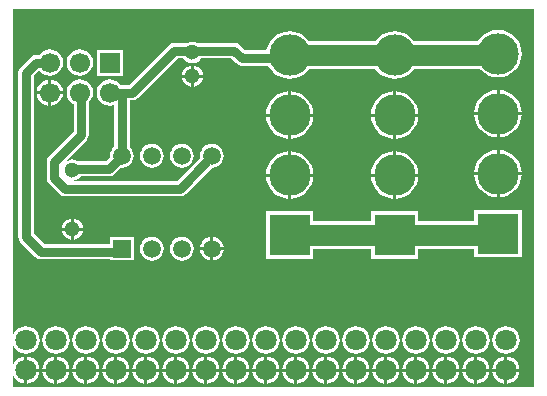
<source format=gbl>
G04 Layer_Physical_Order=2*
G04 Layer_Color=16711680*
%FSLAX25Y25*%
%MOIN*%
G70*
G01*
G75*
%ADD10C,0.03000*%
%ADD11C,0.07000*%
%ADD13C,0.07087*%
%ADD14C,0.05906*%
%ADD15R,0.05906X0.05906*%
%ADD16C,0.05118*%
%ADD17C,0.06693*%
%ADD18R,0.06693X0.06693*%
%ADD19R,0.13780X0.13780*%
%ADD20C,0.13780*%
G36*
X174780Y2000D02*
X1220D01*
Y5832D01*
X1269Y5841D01*
X1531Y5209D01*
X2260Y4260D01*
X3209Y3531D01*
X4314Y3074D01*
X5000Y2983D01*
Y7500D01*
Y12017D01*
X4314Y11926D01*
X3209Y11468D01*
X2260Y10740D01*
X1531Y9791D01*
X1269Y9159D01*
X1220Y9168D01*
Y15832D01*
X1269Y15842D01*
X1531Y15209D01*
X2260Y14260D01*
X3209Y13531D01*
X4314Y13074D01*
X5500Y12918D01*
X6686Y13074D01*
X7791Y13531D01*
X8740Y14260D01*
X9469Y15209D01*
X9926Y16314D01*
X10082Y17500D01*
X9926Y18686D01*
X9469Y19791D01*
X8740Y20740D01*
X7791Y21468D01*
X6686Y21926D01*
X5500Y22083D01*
X4314Y21926D01*
X3209Y21468D01*
X2260Y20740D01*
X1531Y19791D01*
X1269Y19159D01*
X1220Y19168D01*
Y127780D01*
X174780D01*
Y2000D01*
D02*
G37*
%LPC*%
G36*
X115000Y12017D02*
X114314Y11926D01*
X113209Y11468D01*
X112260Y10740D01*
X111531Y9791D01*
X111074Y8686D01*
X110983Y8000D01*
X115000D01*
Y12017D01*
D02*
G37*
G36*
X125000D02*
X124314Y11926D01*
X123209Y11468D01*
X122260Y10740D01*
X121531Y9791D01*
X121074Y8686D01*
X120983Y8000D01*
X125000D01*
Y12017D01*
D02*
G37*
G36*
X95000D02*
X94314Y11926D01*
X93209Y11468D01*
X92260Y10740D01*
X91531Y9791D01*
X91074Y8686D01*
X90983Y8000D01*
X95000D01*
Y12017D01*
D02*
G37*
G36*
X105000D02*
X104314Y11926D01*
X103209Y11468D01*
X102260Y10740D01*
X101531Y9791D01*
X101074Y8686D01*
X100983Y8000D01*
X105000D01*
Y12017D01*
D02*
G37*
G36*
X155000D02*
X154314Y11926D01*
X153209Y11468D01*
X152260Y10740D01*
X151531Y9791D01*
X151074Y8686D01*
X150983Y8000D01*
X155000D01*
Y12017D01*
D02*
G37*
G36*
X165000D02*
X164314Y11926D01*
X163209Y11468D01*
X162260Y10740D01*
X161531Y9791D01*
X161074Y8686D01*
X160983Y8000D01*
X165000D01*
Y12017D01*
D02*
G37*
G36*
X135000D02*
X134314Y11926D01*
X133209Y11468D01*
X132260Y10740D01*
X131531Y9791D01*
X131074Y8686D01*
X130983Y8000D01*
X135000D01*
Y12017D01*
D02*
G37*
G36*
X145000D02*
X144314Y11926D01*
X143209Y11468D01*
X142260Y10740D01*
X141531Y9791D01*
X141074Y8686D01*
X140983Y8000D01*
X145000D01*
Y12017D01*
D02*
G37*
G36*
X35000D02*
X34314Y11926D01*
X33209Y11468D01*
X32260Y10740D01*
X31531Y9791D01*
X31074Y8686D01*
X30983Y8000D01*
X35000D01*
Y12017D01*
D02*
G37*
G36*
X45000D02*
X44314Y11926D01*
X43209Y11468D01*
X42260Y10740D01*
X41531Y9791D01*
X41074Y8686D01*
X40983Y8000D01*
X45000D01*
Y12017D01*
D02*
G37*
G36*
X15000D02*
X14314Y11926D01*
X13209Y11468D01*
X12260Y10740D01*
X11531Y9791D01*
X11074Y8686D01*
X10983Y8000D01*
X15000D01*
Y12017D01*
D02*
G37*
G36*
X25000D02*
X24314Y11926D01*
X23209Y11468D01*
X22260Y10740D01*
X21531Y9791D01*
X21074Y8686D01*
X20983Y8000D01*
X25000D01*
Y12017D01*
D02*
G37*
G36*
X75000D02*
X74314Y11926D01*
X73209Y11468D01*
X72260Y10740D01*
X71531Y9791D01*
X71074Y8686D01*
X70983Y8000D01*
X75000D01*
Y12017D01*
D02*
G37*
G36*
X85000D02*
X84314Y11926D01*
X83209Y11468D01*
X82260Y10740D01*
X81531Y9791D01*
X81074Y8686D01*
X80983Y8000D01*
X85000D01*
Y12017D01*
D02*
G37*
G36*
X55000D02*
X54314Y11926D01*
X53209Y11468D01*
X52260Y10740D01*
X51531Y9791D01*
X51074Y8686D01*
X50983Y8000D01*
X55000D01*
Y12017D01*
D02*
G37*
G36*
X65000D02*
X64314Y11926D01*
X63209Y11468D01*
X62260Y10740D01*
X61531Y9791D01*
X61074Y8686D01*
X60983Y8000D01*
X65000D01*
Y12017D01*
D02*
G37*
G36*
X106000D02*
Y8000D01*
X110017D01*
X109926Y8686D01*
X109469Y9791D01*
X108740Y10740D01*
X107791Y11468D01*
X106686Y11926D01*
X106000Y12017D01*
D02*
G37*
G36*
X116000D02*
Y8000D01*
X120017D01*
X119926Y8686D01*
X119469Y9791D01*
X118740Y10740D01*
X117791Y11468D01*
X116686Y11926D01*
X116000Y12017D01*
D02*
G37*
G36*
X86000D02*
Y8000D01*
X90017D01*
X89926Y8686D01*
X89469Y9791D01*
X88740Y10740D01*
X87791Y11468D01*
X86686Y11926D01*
X86000Y12017D01*
D02*
G37*
G36*
X96000D02*
Y8000D01*
X100017D01*
X99926Y8686D01*
X99469Y9791D01*
X98740Y10740D01*
X97791Y11468D01*
X96686Y11926D01*
X96000Y12017D01*
D02*
G37*
G36*
X146000D02*
Y8000D01*
X150017D01*
X149926Y8686D01*
X149469Y9791D01*
X148740Y10740D01*
X147791Y11468D01*
X146686Y11926D01*
X146000Y12017D01*
D02*
G37*
G36*
X156000D02*
Y8000D01*
X160017D01*
X159926Y8686D01*
X159469Y9791D01*
X158740Y10740D01*
X157791Y11468D01*
X156686Y11926D01*
X156000Y12017D01*
D02*
G37*
G36*
X126000D02*
Y8000D01*
X130017D01*
X129926Y8686D01*
X129469Y9791D01*
X128740Y10740D01*
X127791Y11468D01*
X126686Y11926D01*
X126000Y12017D01*
D02*
G37*
G36*
X136000D02*
Y8000D01*
X140017D01*
X139926Y8686D01*
X139469Y9791D01*
X138740Y10740D01*
X137791Y11468D01*
X136686Y11926D01*
X136000Y12017D01*
D02*
G37*
G36*
X26000D02*
Y8000D01*
X30017D01*
X29926Y8686D01*
X29469Y9791D01*
X28740Y10740D01*
X27791Y11468D01*
X26686Y11926D01*
X26000Y12017D01*
D02*
G37*
G36*
X36000D02*
Y8000D01*
X40017D01*
X39926Y8686D01*
X39469Y9791D01*
X38740Y10740D01*
X37791Y11468D01*
X36686Y11926D01*
X36000Y12017D01*
D02*
G37*
G36*
X6000D02*
Y8000D01*
X10017D01*
X9926Y8686D01*
X9469Y9791D01*
X8740Y10740D01*
X7791Y11468D01*
X6686Y11926D01*
X6000Y12017D01*
D02*
G37*
G36*
X16000D02*
Y8000D01*
X20017D01*
X19926Y8686D01*
X19469Y9791D01*
X18740Y10740D01*
X17791Y11468D01*
X16686Y11926D01*
X16000Y12017D01*
D02*
G37*
G36*
X66000D02*
Y8000D01*
X70017D01*
X69926Y8686D01*
X69469Y9791D01*
X68740Y10740D01*
X67791Y11468D01*
X66686Y11926D01*
X66000Y12017D01*
D02*
G37*
G36*
X76000D02*
Y8000D01*
X80017D01*
X79926Y8686D01*
X79469Y9791D01*
X78740Y10740D01*
X77791Y11468D01*
X76686Y11926D01*
X76000Y12017D01*
D02*
G37*
G36*
X46000D02*
Y8000D01*
X50017D01*
X49926Y8686D01*
X49469Y9791D01*
X48740Y10740D01*
X47791Y11468D01*
X46686Y11926D01*
X46000Y12017D01*
D02*
G37*
G36*
X56000D02*
Y8000D01*
X60017D01*
X59926Y8686D01*
X59469Y9791D01*
X58740Y10740D01*
X57791Y11468D01*
X56686Y11926D01*
X56000Y12017D01*
D02*
G37*
G36*
X170017Y7000D02*
X166000D01*
Y2983D01*
X166686Y3074D01*
X167791Y3531D01*
X168740Y4260D01*
X169469Y5209D01*
X169926Y6314D01*
X170017Y7000D01*
D02*
G37*
G36*
X115000D02*
X110983D01*
X111074Y6314D01*
X111531Y5209D01*
X112260Y4260D01*
X113209Y3531D01*
X114314Y3074D01*
X115000Y2983D01*
Y7000D01*
D02*
G37*
G36*
X125000D02*
X120983D01*
X121074Y6314D01*
X121531Y5209D01*
X122260Y4260D01*
X123209Y3531D01*
X124314Y3074D01*
X125000Y2983D01*
Y7000D01*
D02*
G37*
G36*
X95000D02*
X90983D01*
X91074Y6314D01*
X91531Y5209D01*
X92260Y4260D01*
X93209Y3531D01*
X94314Y3074D01*
X95000Y2983D01*
Y7000D01*
D02*
G37*
G36*
X105000D02*
X100983D01*
X101074Y6314D01*
X101531Y5209D01*
X102260Y4260D01*
X103209Y3531D01*
X104314Y3074D01*
X105000Y2983D01*
Y7000D01*
D02*
G37*
G36*
X155000D02*
X150983D01*
X151074Y6314D01*
X151531Y5209D01*
X152260Y4260D01*
X153209Y3531D01*
X154314Y3074D01*
X155000Y2983D01*
Y7000D01*
D02*
G37*
G36*
X165000D02*
X160983D01*
X161074Y6314D01*
X161531Y5209D01*
X162260Y4260D01*
X163209Y3531D01*
X164314Y3074D01*
X165000Y2983D01*
Y7000D01*
D02*
G37*
G36*
X135000D02*
X130983D01*
X131074Y6314D01*
X131531Y5209D01*
X132260Y4260D01*
X133209Y3531D01*
X134314Y3074D01*
X135000Y2983D01*
Y7000D01*
D02*
G37*
G36*
X145000D02*
X140983D01*
X141074Y6314D01*
X141531Y5209D01*
X142260Y4260D01*
X143209Y3531D01*
X144314Y3074D01*
X145000Y2983D01*
Y7000D01*
D02*
G37*
G36*
X35000D02*
X30983D01*
X31074Y6314D01*
X31531Y5209D01*
X32260Y4260D01*
X33209Y3531D01*
X34314Y3074D01*
X35000Y2983D01*
Y7000D01*
D02*
G37*
G36*
X45000D02*
X40983D01*
X41074Y6314D01*
X41531Y5209D01*
X42260Y4260D01*
X43209Y3531D01*
X44314Y3074D01*
X45000Y2983D01*
Y7000D01*
D02*
G37*
G36*
X15000D02*
X10983D01*
X11074Y6314D01*
X11531Y5209D01*
X12260Y4260D01*
X13209Y3531D01*
X14314Y3074D01*
X15000Y2983D01*
Y7000D01*
D02*
G37*
G36*
X25000D02*
X20983D01*
X21074Y6314D01*
X21531Y5209D01*
X22260Y4260D01*
X23209Y3531D01*
X24314Y3074D01*
X25000Y2983D01*
Y7000D01*
D02*
G37*
G36*
X75000D02*
X70983D01*
X71074Y6314D01*
X71531Y5209D01*
X72260Y4260D01*
X73209Y3531D01*
X74314Y3074D01*
X75000Y2983D01*
Y7000D01*
D02*
G37*
G36*
X85000D02*
X80983D01*
X81074Y6314D01*
X81531Y5209D01*
X82260Y4260D01*
X83209Y3531D01*
X84314Y3074D01*
X85000Y2983D01*
Y7000D01*
D02*
G37*
G36*
X55000D02*
X50983D01*
X51074Y6314D01*
X51531Y5209D01*
X52260Y4260D01*
X53209Y3531D01*
X54314Y3074D01*
X55000Y2983D01*
Y7000D01*
D02*
G37*
G36*
X65000D02*
X60983D01*
X61074Y6314D01*
X61531Y5209D01*
X62260Y4260D01*
X63209Y3531D01*
X64314Y3074D01*
X65000Y2983D01*
Y7000D01*
D02*
G37*
G36*
X110017D02*
X106000D01*
Y2983D01*
X106686Y3074D01*
X107791Y3531D01*
X108740Y4260D01*
X109469Y5209D01*
X109926Y6314D01*
X110017Y7000D01*
D02*
G37*
G36*
X120017D02*
X116000D01*
Y2983D01*
X116686Y3074D01*
X117791Y3531D01*
X118740Y4260D01*
X119469Y5209D01*
X119926Y6314D01*
X120017Y7000D01*
D02*
G37*
G36*
X90017D02*
X86000D01*
Y2983D01*
X86686Y3074D01*
X87791Y3531D01*
X88740Y4260D01*
X89469Y5209D01*
X89926Y6314D01*
X90017Y7000D01*
D02*
G37*
G36*
X100017D02*
X96000D01*
Y2983D01*
X96686Y3074D01*
X97791Y3531D01*
X98740Y4260D01*
X99469Y5209D01*
X99926Y6314D01*
X100017Y7000D01*
D02*
G37*
G36*
X150017D02*
X146000D01*
Y2983D01*
X146686Y3074D01*
X147791Y3531D01*
X148740Y4260D01*
X149469Y5209D01*
X149926Y6314D01*
X150017Y7000D01*
D02*
G37*
G36*
X160017D02*
X156000D01*
Y2983D01*
X156686Y3074D01*
X157791Y3531D01*
X158740Y4260D01*
X159469Y5209D01*
X159926Y6314D01*
X160017Y7000D01*
D02*
G37*
G36*
X130017D02*
X126000D01*
Y2983D01*
X126686Y3074D01*
X127791Y3531D01*
X128740Y4260D01*
X129469Y5209D01*
X129926Y6314D01*
X130017Y7000D01*
D02*
G37*
G36*
X140017D02*
X136000D01*
Y2983D01*
X136686Y3074D01*
X137791Y3531D01*
X138740Y4260D01*
X139469Y5209D01*
X139926Y6314D01*
X140017Y7000D01*
D02*
G37*
G36*
X30017D02*
X26000D01*
Y2983D01*
X26686Y3074D01*
X27791Y3531D01*
X28740Y4260D01*
X29469Y5209D01*
X29926Y6314D01*
X30017Y7000D01*
D02*
G37*
G36*
X40017D02*
X36000D01*
Y2983D01*
X36686Y3074D01*
X37791Y3531D01*
X38740Y4260D01*
X39469Y5209D01*
X39926Y6314D01*
X40017Y7000D01*
D02*
G37*
G36*
X10017D02*
X6000D01*
Y2983D01*
X6686Y3074D01*
X7791Y3531D01*
X8740Y4260D01*
X9469Y5209D01*
X9926Y6314D01*
X10017Y7000D01*
D02*
G37*
G36*
X20017D02*
X16000D01*
Y2983D01*
X16686Y3074D01*
X17791Y3531D01*
X18740Y4260D01*
X19469Y5209D01*
X19926Y6314D01*
X20017Y7000D01*
D02*
G37*
G36*
X70017D02*
X66000D01*
Y2983D01*
X66686Y3074D01*
X67791Y3531D01*
X68740Y4260D01*
X69469Y5209D01*
X69926Y6314D01*
X70017Y7000D01*
D02*
G37*
G36*
X80017D02*
X76000D01*
Y2983D01*
X76686Y3074D01*
X77791Y3531D01*
X78740Y4260D01*
X79469Y5209D01*
X79926Y6314D01*
X80017Y7000D01*
D02*
G37*
G36*
X50017D02*
X46000D01*
Y2983D01*
X46686Y3074D01*
X47791Y3531D01*
X48740Y4260D01*
X49469Y5209D01*
X49926Y6314D01*
X50017Y7000D01*
D02*
G37*
G36*
X60017D02*
X56000D01*
Y2983D01*
X56686Y3074D01*
X57791Y3531D01*
X58740Y4260D01*
X59469Y5209D01*
X59926Y6314D01*
X60017Y7000D01*
D02*
G37*
G36*
X166000Y12017D02*
Y8000D01*
X170017D01*
X169926Y8686D01*
X169469Y9791D01*
X168740Y10740D01*
X167791Y11468D01*
X166686Y11926D01*
X166000Y12017D01*
D02*
G37*
G36*
X136292Y92000D02*
X128913D01*
Y84621D01*
X129960Y84724D01*
X131447Y85176D01*
X132818Y85908D01*
X134019Y86894D01*
X135005Y88095D01*
X135738Y89466D01*
X136189Y90953D01*
X136292Y92000D01*
D02*
G37*
G36*
X92913D02*
X85535D01*
X85638Y90953D01*
X86089Y89466D01*
X86822Y88095D01*
X87807Y86894D01*
X89009Y85908D01*
X90379Y85176D01*
X91867Y84724D01*
X92913Y84621D01*
Y92000D01*
D02*
G37*
G36*
X57500Y82971D02*
X56468Y82835D01*
X55507Y82437D01*
X54681Y81803D01*
X54047Y80978D01*
X53649Y80016D01*
X53513Y78984D01*
X53649Y77952D01*
X54047Y76991D01*
X54681Y76165D01*
X55507Y75532D01*
X56468Y75133D01*
X57500Y74997D01*
X58532Y75133D01*
X59493Y75532D01*
X60319Y76165D01*
X60953Y76991D01*
X61351Y77952D01*
X61487Y78984D01*
X61351Y80016D01*
X60953Y80978D01*
X60319Y81803D01*
X59493Y82437D01*
X58532Y82835D01*
X57500Y82971D01*
D02*
G37*
G36*
X101292Y92000D02*
X93913D01*
Y84621D01*
X94960Y84724D01*
X96447Y85176D01*
X97818Y85908D01*
X99019Y86894D01*
X100005Y88095D01*
X100738Y89466D01*
X101189Y90953D01*
X101292Y92000D01*
D02*
G37*
G36*
X162413Y92500D02*
X155035D01*
X155138Y91453D01*
X155589Y89966D01*
X156322Y88595D01*
X157307Y87394D01*
X158509Y86408D01*
X159879Y85676D01*
X161367Y85224D01*
X162413Y85121D01*
Y92500D01*
D02*
G37*
G36*
X92913Y100379D02*
X91867Y100276D01*
X90379Y99825D01*
X89009Y99092D01*
X87807Y98106D01*
X86822Y96904D01*
X86089Y95534D01*
X85638Y94047D01*
X85535Y93000D01*
X92913D01*
Y100379D01*
D02*
G37*
G36*
X127913Y92000D02*
X120535D01*
X120638Y90953D01*
X121089Y89466D01*
X121821Y88095D01*
X122807Y86894D01*
X124009Y85908D01*
X125379Y85176D01*
X126867Y84724D01*
X127913Y84621D01*
Y92000D01*
D02*
G37*
G36*
X170792Y92500D02*
X163413D01*
Y85121D01*
X164460Y85224D01*
X165947Y85676D01*
X167318Y86408D01*
X168519Y87394D01*
X169505Y88595D01*
X170238Y89966D01*
X170689Y91453D01*
X170792Y92500D01*
D02*
G37*
G36*
X127913Y80379D02*
X126867Y80276D01*
X125379Y79825D01*
X124009Y79092D01*
X122807Y78106D01*
X121821Y76904D01*
X121089Y75534D01*
X120638Y74047D01*
X120535Y73000D01*
X127913D01*
Y80379D01*
D02*
G37*
G36*
X93913Y80379D02*
Y73000D01*
X101292D01*
X101189Y74047D01*
X100738Y75534D01*
X100005Y76904D01*
X99019Y78106D01*
X97818Y79092D01*
X96447Y79825D01*
X94960Y80276D01*
X93913Y80379D01*
D02*
G37*
G36*
X162413Y72500D02*
X155035D01*
X155138Y71453D01*
X155589Y69966D01*
X156322Y68595D01*
X157307Y67394D01*
X158509Y66408D01*
X159879Y65675D01*
X161367Y65224D01*
X162413Y65121D01*
Y72500D01*
D02*
G37*
G36*
X92913Y80379D02*
X91867Y80276D01*
X90379Y79825D01*
X89009Y79092D01*
X87807Y78106D01*
X86822Y76904D01*
X86089Y75534D01*
X85638Y74047D01*
X85535Y73000D01*
X92913D01*
Y80379D01*
D02*
G37*
G36*
X163413Y80879D02*
Y73500D01*
X170792D01*
X170689Y74547D01*
X170238Y76034D01*
X169505Y77404D01*
X168519Y78606D01*
X167318Y79592D01*
X165947Y80325D01*
X164460Y80776D01*
X163413Y80879D01*
D02*
G37*
G36*
X47500Y82971D02*
X46468Y82835D01*
X45507Y82437D01*
X44681Y81803D01*
X44047Y80978D01*
X43649Y80016D01*
X43513Y78984D01*
X43649Y77952D01*
X44047Y76991D01*
X44681Y76165D01*
X45507Y75532D01*
X46468Y75133D01*
X47500Y74997D01*
X48532Y75133D01*
X49493Y75532D01*
X50319Y76165D01*
X50953Y76991D01*
X51351Y77952D01*
X51487Y78984D01*
X51351Y80016D01*
X50953Y80978D01*
X50319Y81803D01*
X49493Y82437D01*
X48532Y82835D01*
X47500Y82971D01*
D02*
G37*
G36*
X128913Y80379D02*
Y73000D01*
X136292D01*
X136189Y74047D01*
X135738Y75534D01*
X135005Y76904D01*
X134019Y78106D01*
X132818Y79092D01*
X131447Y79825D01*
X129960Y80276D01*
X128913Y80379D01*
D02*
G37*
G36*
X162413Y80879D02*
X161367Y80776D01*
X159879Y80325D01*
X158509Y79592D01*
X157307Y78606D01*
X156322Y77404D01*
X155589Y76034D01*
X155138Y74547D01*
X155035Y73500D01*
X162413D01*
Y80879D01*
D02*
G37*
G36*
X64524Y105000D02*
X61500D01*
Y101976D01*
X61929Y102033D01*
X62795Y102391D01*
X63538Y102962D01*
X64109Y103705D01*
X64467Y104571D01*
X64524Y105000D01*
D02*
G37*
G36*
X13500Y114384D02*
X12365Y114235D01*
X11308Y113797D01*
X10400Y113100D01*
X9977Y112549D01*
X9000D01*
X8025Y112355D01*
X7198Y111802D01*
X3698Y108302D01*
X3145Y107475D01*
X2951Y106500D01*
Y52000D01*
X3145Y51025D01*
X3698Y50198D01*
X8682Y45213D01*
X9509Y44661D01*
X10484Y44467D01*
X33547D01*
Y44047D01*
X41453D01*
Y51953D01*
X33547D01*
Y49565D01*
X11540D01*
X8049Y53056D01*
Y105444D01*
X9985Y107380D01*
X10035Y107377D01*
X10400Y106900D01*
X11308Y106203D01*
X12365Y105765D01*
X13500Y105616D01*
X14635Y105765D01*
X15692Y106203D01*
X16600Y106900D01*
X17297Y107808D01*
X17735Y108865D01*
X17884Y110000D01*
X17735Y111135D01*
X17297Y112192D01*
X16600Y113100D01*
X15692Y113797D01*
X14635Y114235D01*
X13500Y114384D01*
D02*
G37*
G36*
X14000Y104318D02*
Y100500D01*
X17818D01*
X17735Y101135D01*
X17297Y102192D01*
X16600Y103100D01*
X15692Y103797D01*
X14635Y104235D01*
X14000Y104318D01*
D02*
G37*
G36*
X60500Y105000D02*
X57476D01*
X57533Y104571D01*
X57891Y103705D01*
X58462Y102962D01*
X59205Y102391D01*
X60071Y102033D01*
X60500Y101976D01*
Y105000D01*
D02*
G37*
G36*
Y109024D02*
X60071Y108967D01*
X59205Y108609D01*
X58462Y108038D01*
X57891Y107295D01*
X57533Y106429D01*
X57476Y106000D01*
X60500D01*
Y109024D01*
D02*
G37*
G36*
X61500D02*
Y106000D01*
X64524D01*
X64467Y106429D01*
X64109Y107295D01*
X63538Y108038D01*
X62795Y108609D01*
X61929Y108967D01*
X61500Y109024D01*
D02*
G37*
G36*
X23500Y114384D02*
X22365Y114235D01*
X21308Y113797D01*
X20400Y113100D01*
X19703Y112192D01*
X19265Y111135D01*
X19116Y110000D01*
X19265Y108865D01*
X19703Y107808D01*
X20400Y106900D01*
X21308Y106203D01*
X22365Y105765D01*
X23500Y105616D01*
X24635Y105765D01*
X25692Y106203D01*
X26600Y106900D01*
X27297Y107808D01*
X27735Y108865D01*
X27884Y110000D01*
X27735Y111135D01*
X27297Y112192D01*
X26600Y113100D01*
X25692Y113797D01*
X24635Y114235D01*
X23500Y114384D01*
D02*
G37*
G36*
X37846Y114347D02*
X29154D01*
Y105654D01*
X37846D01*
Y114347D01*
D02*
G37*
G36*
X128913Y100379D02*
Y93000D01*
X136292D01*
X136189Y94047D01*
X135738Y95534D01*
X135005Y96904D01*
X134019Y98106D01*
X132818Y99092D01*
X131447Y99825D01*
X129960Y100276D01*
X128913Y100379D01*
D02*
G37*
G36*
X162413Y100879D02*
X161367Y100776D01*
X159879Y100324D01*
X158509Y99592D01*
X157307Y98606D01*
X156322Y97404D01*
X155589Y96034D01*
X155138Y94547D01*
X155035Y93500D01*
X162413D01*
Y100879D01*
D02*
G37*
G36*
X127913Y100379D02*
X126867Y100276D01*
X125379Y99825D01*
X124009Y99092D01*
X122807Y98106D01*
X121821Y96904D01*
X121089Y95534D01*
X120638Y94047D01*
X120535Y93000D01*
X127913D01*
Y100379D01*
D02*
G37*
G36*
X93913Y100379D02*
Y93000D01*
X101292D01*
X101189Y94047D01*
X100738Y95534D01*
X100005Y96904D01*
X99019Y98106D01*
X97818Y99092D01*
X96447Y99825D01*
X94960Y100276D01*
X93913Y100379D01*
D02*
G37*
G36*
X17818Y99500D02*
X14000D01*
Y95682D01*
X14635Y95765D01*
X15692Y96203D01*
X16600Y96900D01*
X17297Y97808D01*
X17735Y98865D01*
X17818Y99500D01*
D02*
G37*
G36*
X13000Y104318D02*
X12365Y104235D01*
X11308Y103797D01*
X10400Y103100D01*
X9703Y102192D01*
X9265Y101135D01*
X9182Y100500D01*
X13000D01*
Y104318D01*
D02*
G37*
G36*
X163413Y100879D02*
Y93500D01*
X170792D01*
X170689Y94547D01*
X170238Y96034D01*
X169505Y97404D01*
X168519Y98606D01*
X167318Y99592D01*
X165947Y100324D01*
X164460Y100776D01*
X163413Y100879D01*
D02*
G37*
G36*
X13000Y99500D02*
X9182D01*
X9265Y98865D01*
X9703Y97808D01*
X10400Y96900D01*
X11308Y96203D01*
X12365Y95765D01*
X13000Y95682D01*
Y99500D01*
D02*
G37*
G36*
X170792Y72500D02*
X163413D01*
Y65121D01*
X164460Y65224D01*
X165947Y65675D01*
X167318Y66408D01*
X168519Y67394D01*
X169505Y68595D01*
X170238Y69966D01*
X170689Y71453D01*
X170792Y72500D01*
D02*
G37*
G36*
X105500Y22083D02*
X104314Y21926D01*
X103209Y21468D01*
X102260Y20740D01*
X101531Y19791D01*
X101074Y18686D01*
X100917Y17500D01*
X101074Y16314D01*
X101531Y15209D01*
X102260Y14260D01*
X103209Y13531D01*
X104314Y13074D01*
X105500Y12918D01*
X106686Y13074D01*
X107791Y13531D01*
X108740Y14260D01*
X109469Y15209D01*
X109926Y16314D01*
X110082Y17500D01*
X109926Y18686D01*
X109469Y19791D01*
X108740Y20740D01*
X107791Y21468D01*
X106686Y21926D01*
X105500Y22083D01*
D02*
G37*
G36*
X115500D02*
X114314Y21926D01*
X113209Y21468D01*
X112260Y20740D01*
X111531Y19791D01*
X111074Y18686D01*
X110917Y17500D01*
X111074Y16314D01*
X111531Y15209D01*
X112260Y14260D01*
X113209Y13531D01*
X114314Y13074D01*
X115500Y12918D01*
X116686Y13074D01*
X117791Y13531D01*
X118740Y14260D01*
X119469Y15209D01*
X119926Y16314D01*
X120082Y17500D01*
X119926Y18686D01*
X119469Y19791D01*
X118740Y20740D01*
X117791Y21468D01*
X116686Y21926D01*
X115500Y22083D01*
D02*
G37*
G36*
X85500D02*
X84314Y21926D01*
X83209Y21468D01*
X82260Y20740D01*
X81531Y19791D01*
X81074Y18686D01*
X80918Y17500D01*
X81074Y16314D01*
X81531Y15209D01*
X82260Y14260D01*
X83209Y13531D01*
X84314Y13074D01*
X85500Y12918D01*
X86686Y13074D01*
X87791Y13531D01*
X88740Y14260D01*
X89469Y15209D01*
X89926Y16314D01*
X90083Y17500D01*
X89926Y18686D01*
X89469Y19791D01*
X88740Y20740D01*
X87791Y21468D01*
X86686Y21926D01*
X85500Y22083D01*
D02*
G37*
G36*
X95500D02*
X94314Y21926D01*
X93209Y21468D01*
X92260Y20740D01*
X91531Y19791D01*
X91074Y18686D01*
X90917Y17500D01*
X91074Y16314D01*
X91531Y15209D01*
X92260Y14260D01*
X93209Y13531D01*
X94314Y13074D01*
X95500Y12918D01*
X96686Y13074D01*
X97791Y13531D01*
X98740Y14260D01*
X99469Y15209D01*
X99926Y16314D01*
X100083Y17500D01*
X99926Y18686D01*
X99469Y19791D01*
X98740Y20740D01*
X97791Y21468D01*
X96686Y21926D01*
X95500Y22083D01*
D02*
G37*
G36*
X145500D02*
X144314Y21926D01*
X143209Y21468D01*
X142260Y20740D01*
X141531Y19791D01*
X141074Y18686D01*
X140918Y17500D01*
X141074Y16314D01*
X141531Y15209D01*
X142260Y14260D01*
X143209Y13531D01*
X144314Y13074D01*
X145500Y12918D01*
X146686Y13074D01*
X147791Y13531D01*
X148740Y14260D01*
X149469Y15209D01*
X149926Y16314D01*
X150083Y17500D01*
X149926Y18686D01*
X149469Y19791D01*
X148740Y20740D01*
X147791Y21468D01*
X146686Y21926D01*
X145500Y22083D01*
D02*
G37*
G36*
X155500D02*
X154314Y21926D01*
X153209Y21468D01*
X152260Y20740D01*
X151531Y19791D01*
X151074Y18686D01*
X150917Y17500D01*
X151074Y16314D01*
X151531Y15209D01*
X152260Y14260D01*
X153209Y13531D01*
X154314Y13074D01*
X155500Y12918D01*
X156686Y13074D01*
X157791Y13531D01*
X158740Y14260D01*
X159469Y15209D01*
X159926Y16314D01*
X160082Y17500D01*
X159926Y18686D01*
X159469Y19791D01*
X158740Y20740D01*
X157791Y21468D01*
X156686Y21926D01*
X155500Y22083D01*
D02*
G37*
G36*
X125500D02*
X124314Y21926D01*
X123209Y21468D01*
X122260Y20740D01*
X121531Y19791D01*
X121074Y18686D01*
X120917Y17500D01*
X121074Y16314D01*
X121531Y15209D01*
X122260Y14260D01*
X123209Y13531D01*
X124314Y13074D01*
X125500Y12918D01*
X126686Y13074D01*
X127791Y13531D01*
X128740Y14260D01*
X129469Y15209D01*
X129926Y16314D01*
X130082Y17500D01*
X129926Y18686D01*
X129469Y19791D01*
X128740Y20740D01*
X127791Y21468D01*
X126686Y21926D01*
X125500Y22083D01*
D02*
G37*
G36*
X135500D02*
X134314Y21926D01*
X133209Y21468D01*
X132260Y20740D01*
X131531Y19791D01*
X131074Y18686D01*
X130918Y17500D01*
X131074Y16314D01*
X131531Y15209D01*
X132260Y14260D01*
X133209Y13531D01*
X134314Y13074D01*
X135500Y12918D01*
X136686Y13074D01*
X137791Y13531D01*
X138740Y14260D01*
X139469Y15209D01*
X139926Y16314D01*
X140083Y17500D01*
X139926Y18686D01*
X139469Y19791D01*
X138740Y20740D01*
X137791Y21468D01*
X136686Y21926D01*
X135500Y22083D01*
D02*
G37*
G36*
X25500D02*
X24314Y21926D01*
X23209Y21468D01*
X22260Y20740D01*
X21531Y19791D01*
X21074Y18686D01*
X20918Y17500D01*
X21074Y16314D01*
X21531Y15209D01*
X22260Y14260D01*
X23209Y13531D01*
X24314Y13074D01*
X25500Y12918D01*
X26686Y13074D01*
X27791Y13531D01*
X28740Y14260D01*
X29469Y15209D01*
X29926Y16314D01*
X30082Y17500D01*
X29926Y18686D01*
X29469Y19791D01*
X28740Y20740D01*
X27791Y21468D01*
X26686Y21926D01*
X25500Y22083D01*
D02*
G37*
G36*
X35500D02*
X34314Y21926D01*
X33209Y21468D01*
X32260Y20740D01*
X31531Y19791D01*
X31074Y18686D01*
X30918Y17500D01*
X31074Y16314D01*
X31531Y15209D01*
X32260Y14260D01*
X33209Y13531D01*
X34314Y13074D01*
X35500Y12918D01*
X36686Y13074D01*
X37791Y13531D01*
X38740Y14260D01*
X39469Y15209D01*
X39926Y16314D01*
X40082Y17500D01*
X39926Y18686D01*
X39469Y19791D01*
X38740Y20740D01*
X37791Y21468D01*
X36686Y21926D01*
X35500Y22083D01*
D02*
G37*
G36*
X162913Y120928D02*
X161367Y120776D01*
X159879Y120325D01*
X158509Y119592D01*
X157307Y118606D01*
X156322Y117404D01*
X156126Y117039D01*
X134895D01*
X134019Y118106D01*
X132818Y119092D01*
X131447Y119825D01*
X129960Y120276D01*
X128413Y120428D01*
X126867Y120276D01*
X125379Y119825D01*
X124009Y119092D01*
X122807Y118106D01*
X121932Y117039D01*
X99895D01*
X99019Y118106D01*
X97818Y119092D01*
X96447Y119825D01*
X94960Y120276D01*
X93413Y120428D01*
X91867Y120276D01*
X90379Y119825D01*
X89009Y119092D01*
X87807Y118106D01*
X86822Y116904D01*
X86089Y115534D01*
X85638Y114049D01*
X78556D01*
X76802Y115802D01*
X75976Y116355D01*
X75000Y116549D01*
X62635D01*
X61929Y116841D01*
X61000Y116964D01*
X60071Y116841D01*
X59365Y116549D01*
X55000D01*
X54024Y116355D01*
X53198Y115802D01*
X39944Y102549D01*
X38500D01*
X38000Y102450D01*
X37500Y102549D01*
X37023D01*
X36600Y103100D01*
X35692Y103797D01*
X34635Y104235D01*
X33500Y104384D01*
X32365Y104235D01*
X31308Y103797D01*
X30400Y103100D01*
X29703Y102192D01*
X29265Y101135D01*
X29116Y100000D01*
X29265Y98865D01*
X29703Y97808D01*
X30400Y96900D01*
X31308Y96203D01*
X32365Y95765D01*
X33500Y95616D01*
X34635Y95765D01*
X34909Y95879D01*
X34951Y95851D01*
Y82011D01*
X34681Y81803D01*
X34047Y80978D01*
X33649Y80016D01*
X33513Y78984D01*
X33556Y78661D01*
X32129Y77234D01*
X22873D01*
X22795Y77294D01*
X21929Y77653D01*
X21000Y77775D01*
X20071Y77653D01*
X19205Y77294D01*
X18462Y76723D01*
X17891Y75980D01*
X17598Y75272D01*
X17549Y75282D01*
Y75944D01*
X25802Y84198D01*
X26355Y85024D01*
X26549Y86000D01*
Y96861D01*
X26600Y96900D01*
X27297Y97808D01*
X27735Y98865D01*
X27884Y100000D01*
X27735Y101135D01*
X27297Y102192D01*
X26600Y103100D01*
X25692Y103797D01*
X24635Y104235D01*
X23500Y104384D01*
X22365Y104235D01*
X21308Y103797D01*
X20400Y103100D01*
X19703Y102192D01*
X19265Y101135D01*
X19116Y100000D01*
X19265Y98865D01*
X19703Y97808D01*
X20400Y96900D01*
X21308Y96203D01*
X21451Y96144D01*
Y87056D01*
X13198Y78802D01*
X12645Y77975D01*
X12451Y77000D01*
Y71500D01*
X12645Y70525D01*
X13198Y69698D01*
X16698Y66198D01*
X17525Y65645D01*
X18500Y65451D01*
X57000D01*
X57976Y65645D01*
X58802Y66198D01*
X67509Y74904D01*
X67578Y75008D01*
X68532Y75133D01*
X69493Y75532D01*
X70319Y76165D01*
X70953Y76991D01*
X71351Y77952D01*
X71487Y78984D01*
X71351Y80016D01*
X70953Y80978D01*
X70319Y81803D01*
X69493Y82437D01*
X68532Y82835D01*
X67500Y82971D01*
X66468Y82835D01*
X65507Y82437D01*
X64681Y81803D01*
X64047Y80978D01*
X63649Y80016D01*
X63513Y78984D01*
X63614Y78219D01*
X55944Y70549D01*
X21031D01*
X21028Y70599D01*
X21929Y70718D01*
X22795Y71076D01*
X23538Y71647D01*
X23914Y72136D01*
X33185D01*
X34161Y72330D01*
X34987Y72883D01*
X37148Y75044D01*
X37500Y74997D01*
X38532Y75133D01*
X39493Y75532D01*
X40319Y76165D01*
X40953Y76991D01*
X41351Y77952D01*
X41487Y78984D01*
X41351Y80016D01*
X40953Y80978D01*
X40319Y81803D01*
X40049Y82011D01*
Y97451D01*
X41000D01*
X41976Y97645D01*
X42802Y98198D01*
X56056Y111451D01*
X57990D01*
X58462Y110836D01*
X59205Y110265D01*
X60071Y109907D01*
X61000Y109784D01*
X61929Y109907D01*
X62795Y110265D01*
X63538Y110836D01*
X64011Y111451D01*
X73944D01*
X75698Y109698D01*
X76525Y109145D01*
X77500Y108951D01*
X86364D01*
X86822Y108096D01*
X87807Y106894D01*
X89009Y105908D01*
X90379Y105175D01*
X91867Y104724D01*
X93413Y104572D01*
X94960Y104724D01*
X96447Y105175D01*
X97818Y105908D01*
X99019Y106894D01*
X99895Y107961D01*
X121932D01*
X122807Y106894D01*
X124009Y105908D01*
X125379Y105175D01*
X126867Y104724D01*
X128413Y104572D01*
X129960Y104724D01*
X131447Y105175D01*
X132818Y105908D01*
X134019Y106894D01*
X134895Y107961D01*
X156842D01*
X157307Y107394D01*
X158509Y106408D01*
X159879Y105675D01*
X161367Y105224D01*
X162913Y105072D01*
X164460Y105224D01*
X165947Y105675D01*
X167318Y106408D01*
X168519Y107394D01*
X169505Y108596D01*
X170238Y109966D01*
X170689Y111453D01*
X170841Y113000D01*
X170689Y114547D01*
X170238Y116034D01*
X169505Y117404D01*
X168519Y118606D01*
X167318Y119592D01*
X165947Y120325D01*
X164460Y120776D01*
X162913Y120928D01*
D02*
G37*
G36*
X15500Y22083D02*
X14314Y21926D01*
X13209Y21468D01*
X12260Y20740D01*
X11531Y19791D01*
X11074Y18686D01*
X10917Y17500D01*
X11074Y16314D01*
X11531Y15209D01*
X12260Y14260D01*
X13209Y13531D01*
X14314Y13074D01*
X15500Y12918D01*
X16686Y13074D01*
X17791Y13531D01*
X18740Y14260D01*
X19469Y15209D01*
X19926Y16314D01*
X20083Y17500D01*
X19926Y18686D01*
X19469Y19791D01*
X18740Y20740D01*
X17791Y21468D01*
X16686Y21926D01*
X15500Y22083D01*
D02*
G37*
G36*
X65500D02*
X64314Y21926D01*
X63209Y21468D01*
X62260Y20740D01*
X61531Y19791D01*
X61074Y18686D01*
X60918Y17500D01*
X61074Y16314D01*
X61531Y15209D01*
X62260Y14260D01*
X63209Y13531D01*
X64314Y13074D01*
X65500Y12918D01*
X66686Y13074D01*
X67791Y13531D01*
X68740Y14260D01*
X69469Y15209D01*
X69926Y16314D01*
X70082Y17500D01*
X69926Y18686D01*
X69469Y19791D01*
X68740Y20740D01*
X67791Y21468D01*
X66686Y21926D01*
X65500Y22083D01*
D02*
G37*
G36*
X75500D02*
X74314Y21926D01*
X73209Y21468D01*
X72260Y20740D01*
X71531Y19791D01*
X71074Y18686D01*
X70917Y17500D01*
X71074Y16314D01*
X71531Y15209D01*
X72260Y14260D01*
X73209Y13531D01*
X74314Y13074D01*
X75500Y12918D01*
X76686Y13074D01*
X77791Y13531D01*
X78740Y14260D01*
X79469Y15209D01*
X79926Y16314D01*
X80082Y17500D01*
X79926Y18686D01*
X79469Y19791D01*
X78740Y20740D01*
X77791Y21468D01*
X76686Y21926D01*
X75500Y22083D01*
D02*
G37*
G36*
X45500D02*
X44314Y21926D01*
X43209Y21468D01*
X42260Y20740D01*
X41531Y19791D01*
X41074Y18686D01*
X40918Y17500D01*
X41074Y16314D01*
X41531Y15209D01*
X42260Y14260D01*
X43209Y13531D01*
X44314Y13074D01*
X45500Y12918D01*
X46686Y13074D01*
X47791Y13531D01*
X48740Y14260D01*
X49469Y15209D01*
X49926Y16314D01*
X50082Y17500D01*
X49926Y18686D01*
X49469Y19791D01*
X48740Y20740D01*
X47791Y21468D01*
X46686Y21926D01*
X45500Y22083D01*
D02*
G37*
G36*
X55500D02*
X54314Y21926D01*
X53209Y21468D01*
X52260Y20740D01*
X51531Y19791D01*
X51074Y18686D01*
X50918Y17500D01*
X51074Y16314D01*
X51531Y15209D01*
X52260Y14260D01*
X53209Y13531D01*
X54314Y13074D01*
X55500Y12918D01*
X56686Y13074D01*
X57791Y13531D01*
X58740Y14260D01*
X59469Y15209D01*
X59926Y16314D01*
X60083Y17500D01*
X59926Y18686D01*
X59469Y19791D01*
X58740Y20740D01*
X57791Y21468D01*
X56686Y21926D01*
X55500Y22083D01*
D02*
G37*
G36*
X21500Y58024D02*
Y55000D01*
X24524D01*
X24467Y55429D01*
X24109Y56295D01*
X23538Y57038D01*
X22795Y57609D01*
X21929Y57967D01*
X21500Y58024D01*
D02*
G37*
G36*
X170803Y60890D02*
X155024D01*
Y57039D01*
X136303D01*
Y60390D01*
X120524D01*
Y57039D01*
X101303D01*
Y60390D01*
X85523D01*
Y44610D01*
X101303D01*
Y47961D01*
X120524D01*
Y44610D01*
X136303D01*
Y47961D01*
X155024D01*
Y45110D01*
X170803D01*
Y60890D01*
D02*
G37*
G36*
X24524Y54000D02*
X21500D01*
Y50976D01*
X21929Y51033D01*
X22795Y51391D01*
X23538Y51962D01*
X24109Y52705D01*
X24467Y53571D01*
X24524Y54000D01*
D02*
G37*
G36*
X20500Y58024D02*
X20071Y57967D01*
X19205Y57609D01*
X18462Y57038D01*
X17891Y56295D01*
X17533Y55429D01*
X17476Y55000D01*
X20500D01*
Y58024D01*
D02*
G37*
G36*
X92913Y72000D02*
X85535D01*
X85638Y70953D01*
X86089Y69466D01*
X86822Y68095D01*
X87807Y66894D01*
X89009Y65908D01*
X90379Y65175D01*
X91867Y64724D01*
X92913Y64621D01*
Y72000D01*
D02*
G37*
G36*
X127913D02*
X120535D01*
X120638Y70953D01*
X121089Y69466D01*
X121821Y68095D01*
X122807Y66894D01*
X124009Y65908D01*
X125379Y65175D01*
X126867Y64724D01*
X127913Y64621D01*
Y72000D01*
D02*
G37*
G36*
X101292D02*
X93913D01*
Y64621D01*
X94960Y64724D01*
X96447Y65175D01*
X97818Y65908D01*
X99019Y66894D01*
X100005Y68095D01*
X100738Y69466D01*
X101189Y70953D01*
X101292Y72000D01*
D02*
G37*
G36*
X136292D02*
X128913D01*
Y64621D01*
X129960Y64724D01*
X131447Y65175D01*
X132818Y65908D01*
X134019Y66894D01*
X135005Y68095D01*
X135738Y69466D01*
X136189Y70953D01*
X136292Y72000D01*
D02*
G37*
G36*
X57500Y51987D02*
X56468Y51851D01*
X55507Y51453D01*
X54681Y50819D01*
X54047Y49993D01*
X53649Y49032D01*
X53513Y48000D01*
X53649Y46968D01*
X54047Y46007D01*
X54681Y45181D01*
X55507Y44547D01*
X56468Y44149D01*
X57500Y44013D01*
X58532Y44149D01*
X59493Y44547D01*
X60319Y45181D01*
X60953Y46007D01*
X61351Y46968D01*
X61487Y48000D01*
X61351Y49032D01*
X60953Y49993D01*
X60319Y50819D01*
X59493Y51453D01*
X58532Y51851D01*
X57500Y51987D01*
D02*
G37*
G36*
X67000Y47500D02*
X63579D01*
X63649Y46968D01*
X64047Y46007D01*
X64681Y45181D01*
X65507Y44547D01*
X66468Y44149D01*
X67000Y44079D01*
Y47500D01*
D02*
G37*
G36*
X165500Y22083D02*
X164314Y21926D01*
X163209Y21468D01*
X162260Y20740D01*
X161531Y19791D01*
X161074Y18686D01*
X160917Y17500D01*
X161074Y16314D01*
X161531Y15209D01*
X162260Y14260D01*
X163209Y13531D01*
X164314Y13074D01*
X165500Y12918D01*
X166686Y13074D01*
X167791Y13531D01*
X168740Y14260D01*
X169469Y15209D01*
X169926Y16314D01*
X170082Y17500D01*
X169926Y18686D01*
X169469Y19791D01*
X168740Y20740D01*
X167791Y21468D01*
X166686Y21926D01*
X165500Y22083D01*
D02*
G37*
G36*
X47500Y51987D02*
X46468Y51851D01*
X45507Y51453D01*
X44681Y50819D01*
X44047Y49993D01*
X43649Y49032D01*
X43513Y48000D01*
X43649Y46968D01*
X44047Y46007D01*
X44681Y45181D01*
X45507Y44547D01*
X46468Y44149D01*
X47500Y44013D01*
X48532Y44149D01*
X49493Y44547D01*
X50319Y45181D01*
X50953Y46007D01*
X51351Y46968D01*
X51487Y48000D01*
X51351Y49032D01*
X50953Y49993D01*
X50319Y50819D01*
X49493Y51453D01*
X48532Y51851D01*
X47500Y51987D01*
D02*
G37*
G36*
X68000Y51921D02*
Y48500D01*
X71421D01*
X71351Y49032D01*
X70953Y49993D01*
X70319Y50819D01*
X69493Y51453D01*
X68532Y51851D01*
X68000Y51921D01*
D02*
G37*
G36*
X20500Y54000D02*
X17476D01*
X17533Y53571D01*
X17891Y52705D01*
X18462Y51962D01*
X19205Y51391D01*
X20071Y51033D01*
X20500Y50976D01*
Y54000D01*
D02*
G37*
G36*
X71421Y47500D02*
X68000D01*
Y44079D01*
X68532Y44149D01*
X69493Y44547D01*
X70319Y45181D01*
X70953Y46007D01*
X71351Y46968D01*
X71421Y47500D01*
D02*
G37*
G36*
X67000Y51921D02*
X66468Y51851D01*
X65507Y51453D01*
X64681Y50819D01*
X64047Y49993D01*
X63649Y49032D01*
X63579Y48500D01*
X67000D01*
Y51921D01*
D02*
G37*
%LPD*%
D10*
X77500Y111500D02*
X94413D01*
X55000Y114000D02*
X75000D01*
X34413Y100000D02*
Y100500D01*
X37500Y79000D02*
Y100000D01*
X33185Y74685D02*
X37500Y79000D01*
X21000Y74685D02*
X33185D01*
X15000Y77000D02*
X24000Y86000D01*
X15000Y71500D02*
Y77000D01*
Y71500D02*
X18500Y68000D01*
X34413Y100000D02*
X37500D01*
X33500D02*
X34413D01*
X24000Y86000D02*
Y99500D01*
X18500Y68000D02*
X57000D01*
X65707Y76707D01*
X10484Y47016D02*
X35500D01*
X9000Y110000D02*
X13500D01*
X5500Y106500D02*
X9000Y110000D01*
X5500Y52000D02*
Y106500D01*
Y52000D02*
X10484Y47016D01*
X94413Y111500D02*
X95457Y110457D01*
X93413Y112500D02*
X94413Y111500D01*
X162413Y52500D02*
X162913Y53000D01*
X162413Y112500D02*
X162913Y113000D01*
X75000Y114000D02*
X77500Y111500D01*
X38500Y100000D02*
X41000D01*
X55000Y114000D01*
D11*
X128413Y52500D02*
X162413D01*
X93413D02*
X128413D01*
Y112500D02*
X162413D01*
X93413D02*
X128413D01*
D13*
X5500Y7500D02*
D03*
Y17500D02*
D03*
X15500Y7500D02*
D03*
Y17500D02*
D03*
X25500Y7500D02*
D03*
Y17500D02*
D03*
X35500Y7500D02*
D03*
Y17500D02*
D03*
X45500Y7500D02*
D03*
Y17500D02*
D03*
X55500Y7500D02*
D03*
Y17500D02*
D03*
X65500Y7500D02*
D03*
Y17500D02*
D03*
X75500Y7500D02*
D03*
Y17500D02*
D03*
X85500Y7500D02*
D03*
Y17500D02*
D03*
X95500Y7500D02*
D03*
Y17500D02*
D03*
X105500Y7500D02*
D03*
Y17500D02*
D03*
X115500Y7500D02*
D03*
Y17500D02*
D03*
X125500Y7500D02*
D03*
Y17500D02*
D03*
X135500Y7500D02*
D03*
Y17500D02*
D03*
X145500Y7500D02*
D03*
Y17500D02*
D03*
X155500Y7500D02*
D03*
Y17500D02*
D03*
X165500Y7500D02*
D03*
Y17500D02*
D03*
D14*
X67500Y78984D02*
D03*
X57500D02*
D03*
X47500D02*
D03*
X37500D02*
D03*
X67500Y48000D02*
D03*
X57500D02*
D03*
X47500D02*
D03*
D15*
X37500D02*
D03*
D16*
X61000Y105500D02*
D03*
Y113374D02*
D03*
X21000Y54500D02*
D03*
Y74185D02*
D03*
D17*
X13500Y100000D02*
D03*
Y110000D02*
D03*
X23500Y100000D02*
D03*
Y110000D02*
D03*
X33500Y100000D02*
D03*
D18*
Y110000D02*
D03*
D19*
X162913Y53000D02*
D03*
X128413Y52500D02*
D03*
X93413D02*
D03*
D20*
X162913Y73000D02*
D03*
Y93000D02*
D03*
Y113000D02*
D03*
X128413Y72500D02*
D03*
Y92500D02*
D03*
Y112500D02*
D03*
X93413Y72500D02*
D03*
Y92500D02*
D03*
Y112500D02*
D03*
M02*

</source>
